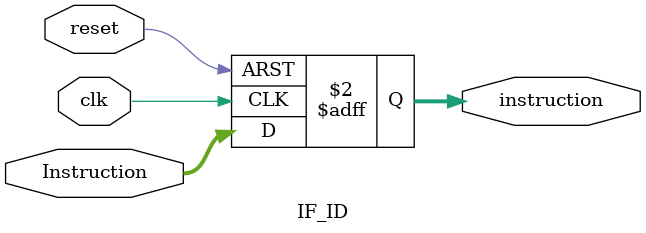
<source format=v>
`timescale 1ns/1ps
module IF_ID(
    input reset,
    input clk,
    input [31:0] Instruction,
    

    output reg [31:0] instruction
);

always @ (posedge clk or posedge reset)
begin
    if(reset)
        instruction <= 32'h00000000;
    else 
    instruction <= Instruction;
end

endmodule
</source>
